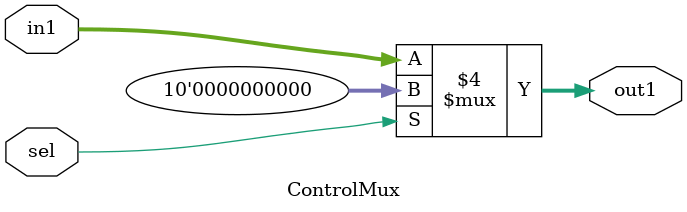
<source format=v>


`timescale 1ns / 1ns

module ControlMux(in1, sel, out1);
  
  input [9:0] in1;
  input sel;
  output reg [9:0] out1;
  
  always @ (in1 or sel) begin
    if (!sel) begin
      out1 <= in1;
    end
    else begin
      out1 <= 10'b0;
    end
  end
  
endmodule

</source>
